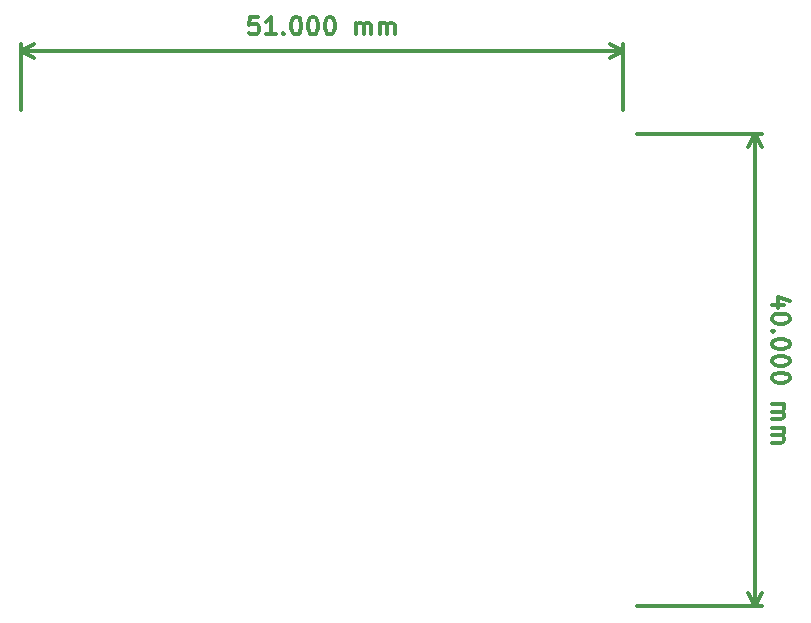
<source format=gbr>
G04 #@! TF.GenerationSoftware,KiCad,Pcbnew,(5.1.0)-1*
G04 #@! TF.CreationDate,2019-07-05T16:38:03+02:00*
G04 #@! TF.ProjectId,BSPD_SMD,42535044-5f53-44d4-942e-6b696361645f,rev?*
G04 #@! TF.SameCoordinates,Original*
G04 #@! TF.FileFunction,Legend,Bot*
G04 #@! TF.FilePolarity,Positive*
%FSLAX46Y46*%
G04 Gerber Fmt 4.6, Leading zero omitted, Abs format (unit mm)*
G04 Created by KiCad (PCBNEW (5.1.0)-1) date 2019-07-05 16:38:03*
%MOMM*%
%LPD*%
G04 APERTURE LIST*
%ADD10C,0.300000*%
%ADD11C,4.000000*%
%ADD12C,1.600000*%
%ADD13R,1.600000X1.600000*%
G04 APERTURE END LIST*
D10*
X118569456Y-125500000D02*
X117569456Y-125500000D01*
X119140885Y-125142857D02*
X118069456Y-124785714D01*
X118069456Y-125714285D01*
X119069456Y-126571428D02*
X119069456Y-126714285D01*
X118998028Y-126857142D01*
X118926599Y-126928571D01*
X118783742Y-127000000D01*
X118498028Y-127071428D01*
X118140885Y-127071428D01*
X117855170Y-127000000D01*
X117712313Y-126928571D01*
X117640885Y-126857142D01*
X117569456Y-126714285D01*
X117569456Y-126571428D01*
X117640885Y-126428571D01*
X117712313Y-126357142D01*
X117855170Y-126285714D01*
X118140885Y-126214285D01*
X118498028Y-126214285D01*
X118783742Y-126285714D01*
X118926599Y-126357142D01*
X118998028Y-126428571D01*
X119069456Y-126571428D01*
X117712313Y-127714285D02*
X117640885Y-127785714D01*
X117569456Y-127714285D01*
X117640885Y-127642857D01*
X117712313Y-127714285D01*
X117569456Y-127714285D01*
X119069456Y-128714285D02*
X119069456Y-128857142D01*
X118998028Y-129000000D01*
X118926599Y-129071428D01*
X118783742Y-129142857D01*
X118498028Y-129214285D01*
X118140885Y-129214285D01*
X117855170Y-129142857D01*
X117712313Y-129071428D01*
X117640885Y-129000000D01*
X117569456Y-128857142D01*
X117569456Y-128714285D01*
X117640885Y-128571428D01*
X117712313Y-128500000D01*
X117855170Y-128428571D01*
X118140885Y-128357142D01*
X118498028Y-128357142D01*
X118783742Y-128428571D01*
X118926599Y-128500000D01*
X118998028Y-128571428D01*
X119069456Y-128714285D01*
X119069456Y-130142857D02*
X119069456Y-130285714D01*
X118998028Y-130428571D01*
X118926599Y-130500000D01*
X118783742Y-130571428D01*
X118498028Y-130642857D01*
X118140885Y-130642857D01*
X117855170Y-130571428D01*
X117712313Y-130500000D01*
X117640885Y-130428571D01*
X117569456Y-130285714D01*
X117569456Y-130142857D01*
X117640885Y-130000000D01*
X117712313Y-129928571D01*
X117855170Y-129857142D01*
X118140885Y-129785714D01*
X118498028Y-129785714D01*
X118783742Y-129857142D01*
X118926599Y-129928571D01*
X118998028Y-130000000D01*
X119069456Y-130142857D01*
X119069456Y-131571428D02*
X119069456Y-131714285D01*
X118998028Y-131857142D01*
X118926599Y-131928571D01*
X118783742Y-132000000D01*
X118498028Y-132071428D01*
X118140885Y-132071428D01*
X117855170Y-132000000D01*
X117712313Y-131928571D01*
X117640885Y-131857142D01*
X117569456Y-131714285D01*
X117569456Y-131571428D01*
X117640885Y-131428571D01*
X117712313Y-131357142D01*
X117855170Y-131285714D01*
X118140885Y-131214285D01*
X118498028Y-131214285D01*
X118783742Y-131285714D01*
X118926599Y-131357142D01*
X118998028Y-131428571D01*
X119069456Y-131571428D01*
X117569456Y-133857142D02*
X118569456Y-133857142D01*
X118426599Y-133857142D02*
X118498028Y-133928571D01*
X118569456Y-134071428D01*
X118569456Y-134285714D01*
X118498028Y-134428571D01*
X118355170Y-134500000D01*
X117569456Y-134500000D01*
X118355170Y-134500000D02*
X118498028Y-134571428D01*
X118569456Y-134714285D01*
X118569456Y-134928571D01*
X118498028Y-135071428D01*
X118355170Y-135142857D01*
X117569456Y-135142857D01*
X117569456Y-135857142D02*
X118569456Y-135857142D01*
X118426599Y-135857142D02*
X118498028Y-135928571D01*
X118569456Y-136071428D01*
X118569456Y-136285714D01*
X118498028Y-136428571D01*
X118355170Y-136500000D01*
X117569456Y-136500000D01*
X118355170Y-136500000D02*
X118498028Y-136571428D01*
X118569456Y-136714285D01*
X118569456Y-136928571D01*
X118498028Y-137071428D01*
X118355170Y-137142857D01*
X117569456Y-137142857D01*
X116148028Y-111000000D02*
X116148028Y-151000000D01*
X106148028Y-111000000D02*
X116734449Y-111000000D01*
X106148028Y-151000000D02*
X116734449Y-151000000D01*
X116148028Y-151000000D02*
X115561607Y-149873496D01*
X116148028Y-151000000D02*
X116734449Y-149873496D01*
X116148028Y-111000000D02*
X115561607Y-112126504D01*
X116148028Y-111000000D02*
X116734449Y-112126504D01*
X74071428Y-101078571D02*
X73357142Y-101078571D01*
X73285714Y-101792857D01*
X73357142Y-101721428D01*
X73500000Y-101650000D01*
X73857142Y-101650000D01*
X74000000Y-101721428D01*
X74071428Y-101792857D01*
X74142857Y-101935714D01*
X74142857Y-102292857D01*
X74071428Y-102435714D01*
X74000000Y-102507142D01*
X73857142Y-102578571D01*
X73500000Y-102578571D01*
X73357142Y-102507142D01*
X73285714Y-102435714D01*
X75571428Y-102578571D02*
X74714285Y-102578571D01*
X75142857Y-102578571D02*
X75142857Y-101078571D01*
X75000000Y-101292857D01*
X74857142Y-101435714D01*
X74714285Y-101507142D01*
X76214285Y-102435714D02*
X76285714Y-102507142D01*
X76214285Y-102578571D01*
X76142857Y-102507142D01*
X76214285Y-102435714D01*
X76214285Y-102578571D01*
X77214285Y-101078571D02*
X77357142Y-101078571D01*
X77500000Y-101150000D01*
X77571428Y-101221428D01*
X77642857Y-101364285D01*
X77714285Y-101650000D01*
X77714285Y-102007142D01*
X77642857Y-102292857D01*
X77571428Y-102435714D01*
X77500000Y-102507142D01*
X77357142Y-102578571D01*
X77214285Y-102578571D01*
X77071428Y-102507142D01*
X77000000Y-102435714D01*
X76928571Y-102292857D01*
X76857142Y-102007142D01*
X76857142Y-101650000D01*
X76928571Y-101364285D01*
X77000000Y-101221428D01*
X77071428Y-101150000D01*
X77214285Y-101078571D01*
X78642857Y-101078571D02*
X78785714Y-101078571D01*
X78928571Y-101150000D01*
X79000000Y-101221428D01*
X79071428Y-101364285D01*
X79142857Y-101650000D01*
X79142857Y-102007142D01*
X79071428Y-102292857D01*
X79000000Y-102435714D01*
X78928571Y-102507142D01*
X78785714Y-102578571D01*
X78642857Y-102578571D01*
X78500000Y-102507142D01*
X78428571Y-102435714D01*
X78357142Y-102292857D01*
X78285714Y-102007142D01*
X78285714Y-101650000D01*
X78357142Y-101364285D01*
X78428571Y-101221428D01*
X78500000Y-101150000D01*
X78642857Y-101078571D01*
X80071428Y-101078571D02*
X80214285Y-101078571D01*
X80357142Y-101150000D01*
X80428571Y-101221428D01*
X80500000Y-101364285D01*
X80571428Y-101650000D01*
X80571428Y-102007142D01*
X80500000Y-102292857D01*
X80428571Y-102435714D01*
X80357142Y-102507142D01*
X80214285Y-102578571D01*
X80071428Y-102578571D01*
X79928571Y-102507142D01*
X79857142Y-102435714D01*
X79785714Y-102292857D01*
X79714285Y-102007142D01*
X79714285Y-101650000D01*
X79785714Y-101364285D01*
X79857142Y-101221428D01*
X79928571Y-101150000D01*
X80071428Y-101078571D01*
X82357142Y-102578571D02*
X82357142Y-101578571D01*
X82357142Y-101721428D02*
X82428571Y-101650000D01*
X82571428Y-101578571D01*
X82785714Y-101578571D01*
X82928571Y-101650000D01*
X83000000Y-101792857D01*
X83000000Y-102578571D01*
X83000000Y-101792857D02*
X83071428Y-101650000D01*
X83214285Y-101578571D01*
X83428571Y-101578571D01*
X83571428Y-101650000D01*
X83642857Y-101792857D01*
X83642857Y-102578571D01*
X84357142Y-102578571D02*
X84357142Y-101578571D01*
X84357142Y-101721428D02*
X84428571Y-101650000D01*
X84571428Y-101578571D01*
X84785714Y-101578571D01*
X84928571Y-101650000D01*
X85000000Y-101792857D01*
X85000000Y-102578571D01*
X85000000Y-101792857D02*
X85071428Y-101650000D01*
X85214285Y-101578571D01*
X85428571Y-101578571D01*
X85571428Y-101650000D01*
X85642857Y-101792857D01*
X85642857Y-102578571D01*
X54000000Y-104000000D02*
X105000000Y-104000000D01*
X54000000Y-109000000D02*
X54000000Y-103413579D01*
X105000000Y-109000000D02*
X105000000Y-103413579D01*
X105000000Y-104000000D02*
X103873496Y-104586421D01*
X105000000Y-104000000D02*
X103873496Y-103413579D01*
X54000000Y-104000000D02*
X55126504Y-104586421D01*
X54000000Y-104000000D02*
X55126504Y-103413579D01*
%LPC*%
D11*
X61295000Y-142977000D03*
X61295000Y-117977000D03*
D12*
X58755000Y-126322000D03*
X58755000Y-129092000D03*
X58755000Y-131862000D03*
X58755000Y-134632000D03*
X61595000Y-124937000D03*
X61595000Y-127707000D03*
X61595000Y-130477000D03*
X61595000Y-133247000D03*
D13*
X61595000Y-136017000D03*
X97000000Y-125000000D03*
D12*
X97000000Y-127770000D03*
X97000000Y-130540000D03*
X97000000Y-133310000D03*
X97000000Y-136080000D03*
X99840000Y-126385000D03*
X99840000Y-129155000D03*
X99840000Y-131925000D03*
X99840000Y-134695000D03*
D11*
X97300000Y-143040000D03*
X97300000Y-118040000D03*
M02*

</source>
